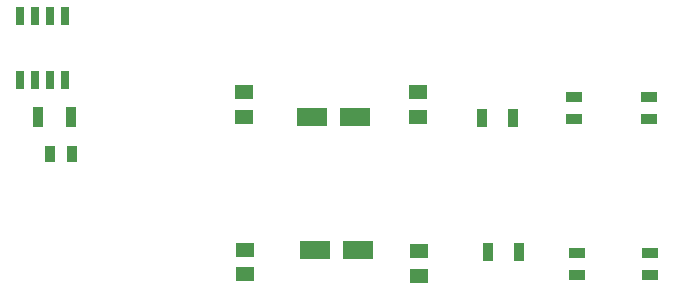
<source format=gbr>
%TF.GenerationSoftware,Altium Limited,Altium Designer,24.1.2 (44)*%
G04 Layer_Color=8421504*
%FSLAX45Y45*%
%MOMM*%
%TF.SameCoordinates,081E4AA9-6FF8-4DA1-966E-1EA6E075E410*%
%TF.FilePolarity,Positive*%
%TF.FileFunction,Paste,Top*%
%TF.Part,Single*%
G01*
G75*
%TA.AperFunction,SMDPad,CuDef*%
%ADD10R,1.55000X1.25000*%
%ADD11R,1.40000X0.95000*%
%ADD12R,0.90000X1.55000*%
%ADD13R,2.60000X1.60000*%
%ADD14R,0.70000X1.52500*%
%ADD15R,0.95000X1.40000*%
%ADD16R,0.95000X1.70000*%
D10*
X3327400Y3136000D02*
D03*
Y3341000D02*
D03*
X4800600Y3341000D02*
D03*
Y3136000D02*
D03*
X3340100Y2007500D02*
D03*
Y1802500D02*
D03*
X4813300Y1994800D02*
D03*
Y1789800D02*
D03*
D11*
X6756400Y3117000D02*
D03*
Y3302000D02*
D03*
X6121400Y3120600D02*
D03*
Y3305600D02*
D03*
X6769100Y1984800D02*
D03*
Y1799800D02*
D03*
X6146800Y1984800D02*
D03*
Y1799800D02*
D03*
D12*
X5606200Y3124200D02*
D03*
X5341200D02*
D03*
X5657000Y1993900D02*
D03*
X5392000D02*
D03*
D13*
X3934800Y2006600D02*
D03*
X4294800D02*
D03*
X3909400Y3136900D02*
D03*
X4269400D02*
D03*
D14*
X1816100Y3992300D02*
D03*
X1689100D02*
D03*
X1562100D02*
D03*
X1435100D02*
D03*
Y3449900D02*
D03*
X1562100D02*
D03*
X1689100D02*
D03*
X1816100D02*
D03*
D15*
X1870500Y2819400D02*
D03*
X1685500D02*
D03*
D16*
X1587200Y3136900D02*
D03*
X1867200D02*
D03*
%TF.MD5,9c83c12d7e439204ea0d4efe09157649*%
M02*

</source>
